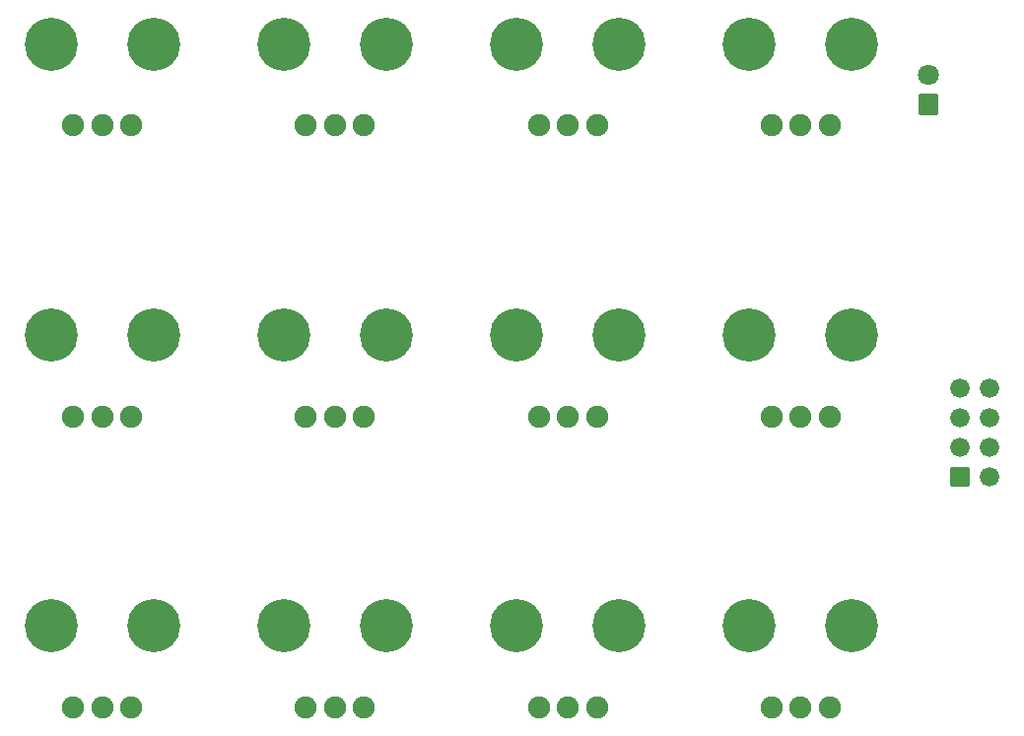
<source format=gts>
G04 Layer: TopSolderMaskLayer*
G04 EasyEDA v6.5.23, 2023-08-24 15:40:58*
G04 a67cddfb3fce44daa9051d46cbbcc19f,10*
G04 Gerber Generator version 0.2*
G04 Scale: 100 percent, Rotated: No, Reflected: No *
G04 Dimensions in millimeters *
G04 leading zeros omitted , absolute positions ,4 integer and 5 decimal *
%FSLAX45Y45*%
%MOMM*%

%AMMACRO1*1,1,$1,$2,$3*1,1,$1,$4,$5*1,1,$1,0-$2,0-$3*1,1,$1,0-$4,0-$5*20,1,$1,$2,$3,$4,$5,0*20,1,$1,$4,$5,0-$2,0-$3,0*20,1,$1,0-$2,0-$3,0-$4,0-$5,0*20,1,$1,0-$4,0-$5,$2,$3,0*4,1,4,$2,$3,$4,$5,0-$2,0-$3,0-$4,0-$5,$2,$3,0*%
%ADD10MACRO1,0.1016X0.7874X-0.85X0.7874X0.85*%
%ADD11C,1.8016*%
%ADD12MACRO1,0.1016X0.7874X-0.7874X0.7874X0.7874*%
%ADD13C,1.6764*%
%ADD14C,1.9017*%
%ADD15C,4.5616*%

%LPD*%
D10*
G01*
X9099981Y8122984D03*
D11*
G01*
X9099981Y8376970D03*
D12*
G01*
X9372980Y4918989D03*
D13*
G01*
X9626981Y4918989D03*
G01*
X9372981Y5172989D03*
G01*
X9626981Y5172989D03*
G01*
X9372981Y5426989D03*
G01*
X9626981Y5426989D03*
G01*
X9372981Y5680989D03*
G01*
X9626981Y5680989D03*
D14*
G01*
X3750005Y7939989D03*
G01*
X3999991Y7939989D03*
G01*
X4249978Y7939989D03*
D15*
G01*
X3559987Y8639987D03*
G01*
X4439996Y8639987D03*
D14*
G01*
X5750001Y7939989D03*
G01*
X5999988Y7939989D03*
G01*
X6249974Y7939989D03*
D15*
G01*
X5559983Y8639987D03*
G01*
X6439992Y8639987D03*
D14*
G01*
X7749997Y7939989D03*
G01*
X7999984Y7939989D03*
G01*
X8249970Y7939989D03*
D15*
G01*
X7559979Y8639987D03*
G01*
X8439988Y8639987D03*
D14*
G01*
X1750009Y5439994D03*
G01*
X1999995Y5439994D03*
G01*
X2249982Y5439994D03*
D15*
G01*
X1559991Y6139992D03*
G01*
X2440000Y6139992D03*
D14*
G01*
X3750005Y5439994D03*
G01*
X3999991Y5439994D03*
G01*
X4249978Y5439994D03*
D15*
G01*
X3559987Y6139992D03*
G01*
X4439996Y6139992D03*
D14*
G01*
X5750001Y5439994D03*
G01*
X5999988Y5439994D03*
G01*
X6249974Y5439994D03*
D15*
G01*
X5559983Y6139992D03*
G01*
X6439992Y6139992D03*
D14*
G01*
X7749997Y5439994D03*
G01*
X7999984Y5439994D03*
G01*
X8249970Y5439994D03*
D15*
G01*
X7559979Y6139992D03*
G01*
X8439988Y6139992D03*
D14*
G01*
X1750009Y2939999D03*
G01*
X1999995Y2939999D03*
G01*
X2249982Y2939999D03*
D15*
G01*
X1559991Y3639997D03*
G01*
X2440000Y3639997D03*
D14*
G01*
X3750005Y2939999D03*
G01*
X3999991Y2939999D03*
G01*
X4249978Y2939999D03*
D15*
G01*
X3559987Y3639997D03*
G01*
X4439996Y3639997D03*
D14*
G01*
X5750001Y2939999D03*
G01*
X5999988Y2939999D03*
G01*
X6249974Y2939999D03*
D15*
G01*
X5559983Y3639997D03*
G01*
X6439992Y3639997D03*
D14*
G01*
X7749997Y2939999D03*
G01*
X7999984Y2939999D03*
G01*
X8249970Y2939999D03*
D15*
G01*
X7559979Y3639997D03*
G01*
X8439988Y3639997D03*
D14*
G01*
X1750009Y7939989D03*
G01*
X1999995Y7939989D03*
G01*
X2249982Y7939989D03*
D15*
G01*
X1559991Y8639987D03*
G01*
X2440000Y8639987D03*
M02*

</source>
